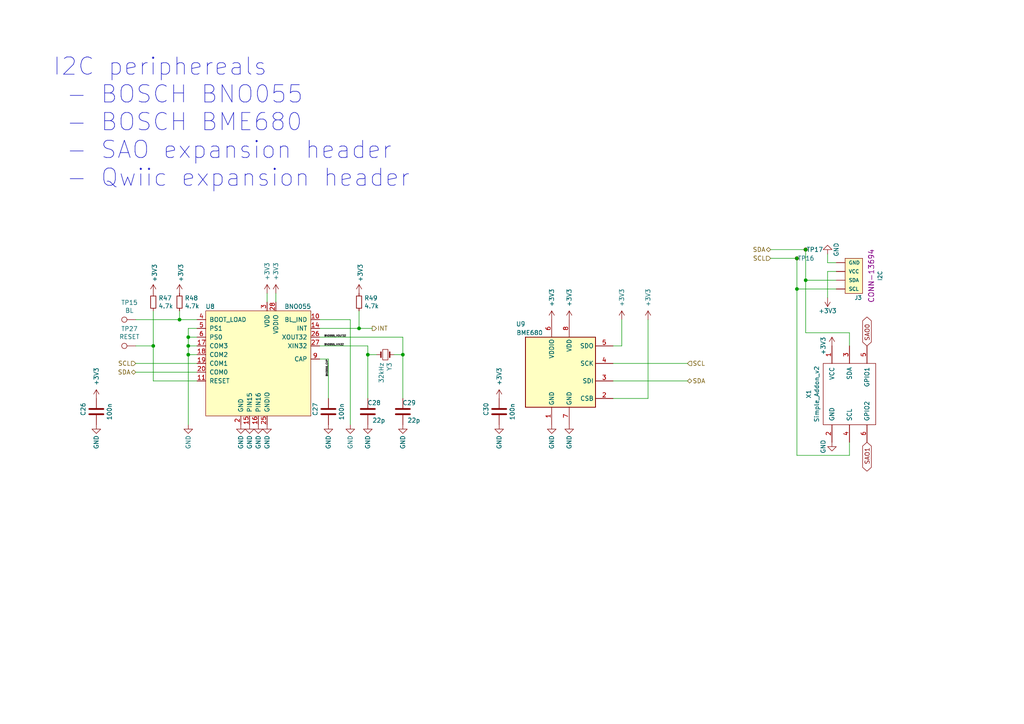
<source format=kicad_sch>
(kicad_sch (version 20211123) (generator eeschema)
  (paper "A4")
  (title_block (title "MCH2022 badge - BOSCH") (date "2022-03-11") (rev "4") (company "BADGE.TEAM"))
  (lib_symbols
    (symbol "Simple_Addon_v2:Simple_Addon_v2" (pin_names (offset 1.016))
      (property "Reference" "X" (at 0 0 0))
      (property "Value" "Simple_Addon_v2" (at 0 20.32 0))
      (symbol "Simple_Addon_v2_0_1"
        (rectangle (start -7.62 8.89) (end 7.62 -8.89))
      )
      (symbol "Simple_Addon_v2_1_1"
        (pin input line (at -5.08 13.97 270) (length 5.08) (name "VCC") (number "1"))
        (pin input line (at -5.08 -13.97 90) (length 5.08) (name "GND") (number "2"))
        (pin input line (at 0 13.97 270) (length 5.08) (name "SDA") (number "3"))
        (pin input line (at 0 -13.97 90) (length 5.08) (name "SCL") (number "4"))
        (pin input line (at 5.08 13.97 270) (length 5.08) (name "GPIO1") (number "5"))
        (pin input line (at 5.08 -13.97 90) (length 5.08) (name "GPIO2") (number "6"))
      )
    )
    (symbol "mch2021-rescue:+3.3V-power" (power) (pin_names (offset 0))
      (property "Value" "+3.3V-power" (at 0 3.556 0))
      (symbol "+3.3V-power_0_1"
        (polyline (pts (xy -0.762 1.27) (xy 0 2.54)))
        (polyline (pts (xy 0 0) (xy 0 2.54)))
        (polyline (pts (xy 0 2.54) (xy 0.762 1.27)))
      )
      (symbol "+3.3V-power_1_1"
        (pin power_in line (at 0 0 90) (length 0) hide (name "+3V3") (number "1"))
      )
    )
    (symbol "mch2021-rescue:BME680-Sensor"
      (property "Reference" "U" (at -8.89 11.43 0))
      (property "Value" "BME680-Sensor" (at 7.62 11.43 0))
      (symbol "BME680-Sensor_0_1"
        (rectangle (start -10.16 10.16) (end 10.16 -10.16) (stroke (width 0.254)) (fill (type background)))
      )
      (symbol "BME680-Sensor_1_1"
        (pin power_in line (at -2.54 -15.24 90) (length 5.08) (name "GND") (number "1"))
        (pin input line (at 15.24 -7.62 180) (length 5.08) (name "CSB") (number "2"))
        (pin bidirectional line (at 15.24 -2.54 180) (length 5.08) (name "SDI") (number "3"))
        (pin input line (at 15.24 2.54 180) (length 5.08) (name "SCK") (number "4"))
        (pin bidirectional line (at 15.24 7.62 180) (length 5.08) (name "SDO") (number "5"))
        (pin power_in line (at -2.54 15.24 270) (length 5.08) (name "VDDIO") (number "6"))
        (pin power_in line (at 2.54 -15.24 90) (length 5.08) (name "GND") (number "7"))
        (pin power_in line (at 2.54 15.24 270) (length 5.08) (name "VDD") (number "8"))
      )
    )
    (symbol "mch2021-rescue:BNO055-dk_Motion-Sensors-IMUs-Inertial-Measurement-Units" (pin_names (offset 1.016))
      (property "Reference" "U" (at -15.24 13.97 0))
      (property "Value" "BNO055-dk_Motion-Sensors-IMUs-Inertial-Measurement-Units" (at -1.27 -1.27 90))
      (symbol "BNO055-dk_Motion-Sensors-IMUs-Inertial-Measurement-Units_0_1"
        (rectangle (start -15.24 12.7) (end 15.24 -17.78) (fill (type background)))
      )
      (symbol "BNO055-dk_Motion-Sensors-IMUs-Inertial-Measurement-Units_1_1"
        (pin no_connect line (at -15.24 -10.16 0) (length 2.54) hide (name "PIN1") (number "1"))
        (pin output line (at 17.78 10.16 180) (length 2.54) (name "BL_IND") (number "10"))
        (pin input line (at -17.78 -7.62 0) (length 2.54) (name "RESET") (number "11"))
        (pin no_connect line (at 15.24 -16.51 180) (length 2.54) hide (name "PIN12") (number "12"))
        (pin no_connect line (at 15.24 -13.97 180) (length 2.54) hide (name "PIN13") (number "13"))
        (pin output line (at 17.78 7.62 180) (length 2.54) (name "INT") (number "14"))
        (pin power_in line (at -2.54 -20.32 90) (length 2.54) (name "PIN15") (number "15"))
        (pin power_in line (at 0 -20.32 90) (length 2.54) (name "PIN16") (number "16"))
        (pin input line (at -17.78 2.54 0) (length 2.54) (name "COM3") (number "17"))
        (pin input line (at -17.78 0 0) (length 2.54) (name "COM2") (number "18"))
        (pin input line (at -17.78 -2.54 0) (length 2.54) (name "COM1") (number "19"))
        (pin power_in line (at -5.08 -20.32 90) (length 2.54) (name "GND") (number "2"))
        (pin input line (at -17.78 -5.08 0) (length 2.54) (name "COM0") (number "20"))
        (pin no_connect line (at 15.24 -11.43 180) (length 2.54) hide (name "PIN21") (number "21"))
        (pin no_connect line (at 15.24 -8.89 180) (length 2.54) hide (name "PIN22") (number "22"))
        (pin no_connect line (at 15.24 -6.35 180) (length 2.54) hide (name "PIN23") (number "23"))
        (pin no_connect line (at 15.24 -3.81 180) (length 2.54) hide (name "PIN24") (number "24"))
        (pin power_in line (at 2.54 -20.32 90) (length 2.54) (name "GNDIO") (number "25"))
        (pin output line (at 17.78 5.08 180) (length 2.54) (name "XOUT32") (number "26"))
        (pin input line (at 17.78 2.54 180) (length 2.54) (name "XIN32") (number "27"))
        (pin power_in line (at 5.08 15.24 270) (length 2.54) (name "VDDIO") (number "28"))
        (pin power_in line (at 2.54 15.24 270) (length 2.54) (name "VDD") (number "3"))
        (pin input line (at -17.78 10.16 0) (length 2.54) (name "BOOT_LOAD") (number "4"))
        (pin input line (at -17.78 7.62 0) (length 2.54) (name "PS1") (number "5"))
        (pin input line (at -17.78 5.08 0) (length 2.54) (name "PS0") (number "6"))
        (pin no_connect line (at -15.24 -12.7 0) (length 2.54) hide (name "PIN7") (number "7"))
        (pin no_connect line (at -15.24 -15.24 0) (length 2.54) hide (name "PIN8") (number "8"))
        (pin passive line (at 17.78 -1.27 180) (length 2.54) (name "CAP") (number "9"))
      )
    )
    (symbol "mch2021-rescue:C-Device" (pin_numbers hide) (pin_names (offset 0.254))
      (property "Reference" "C" (at 0.635 2.54 0))
      (property "Value" "C-Device" (at 0.635 -2.54 0))
      (symbol "C-Device_0_1"
        (polyline (pts (xy -2.032 -0.762) (xy 2.032 -0.762)) (stroke (width 0.508)))
        (polyline (pts (xy -2.032 0.762) (xy 2.032 0.762)) (stroke (width 0.508)))
      )
      (symbol "C-Device_1_1"
        (pin passive line (at 0 3.81 270) (length 2.794) (name "~") (number "1"))
        (pin passive line (at 0 -3.81 90) (length 2.794) (name "~") (number "2"))
      )
    )
    (symbol "mch2021-rescue:Crystal_Small-Device" (pin_numbers hide) (pin_names (offset 1.016) hide)
      (property "Reference" "Y" (at 0 2.54 0))
      (property "Value" "Crystal_Small-Device" (at 0 -2.54 0))
      (symbol "Crystal_Small-Device_0_1"
        (rectangle (start -0.762 -1.524) (end 0.762 1.524))
        (polyline (pts (xy -1.27 -0.762) (xy -1.27 0.762)) (stroke (width 0.381)))
        (polyline (pts (xy 1.27 -0.762) (xy 1.27 0.762)) (stroke (width 0.381)))
      )
      (symbol "Crystal_Small-Device_1_1"
        (pin passive line (at -2.54 0 0) (length 1.27) (name "1") (number "1"))
        (pin passive line (at 2.54 0 180) (length 1.27) (name "2") (number "2"))
      )
    )
    (symbol "mch2021-rescue:GND-power" (power) (pin_names (offset 0))
      (property "Value" "GND-power" (at 0 -3.81 0))
      (symbol "GND-power_0_1"
        (polyline (pts (xy 0 0) (xy 0 -1.27) (xy 1.27 -1.27) (xy 0 -2.54) (xy -1.27 -1.27) (xy 0 -1.27)))
      )
      (symbol "GND-power_1_1"
        (pin power_in line (at 0 0 270) (length 0) hide (name "GND") (number "1"))
      )
    )
    (symbol "mch2021-rescue:QWIIC_MCH" (pin_numbers hide) (pin_names (offset 1.016))
      (property "Reference" "J" (at -5.08 10.16 0))
      (property "Value" "QWIIC_MCH" (at -5.08 -3.81 0))
      (property "Field4" "CONN-13694" (at 0 13.97 0))
      (symbol "QWIIC_MCH_1_0"
        (rectangle (start 0 -1.27) (end -5.08 8.89) (fill (type background)))
      )
      (symbol "QWIIC_MCH_1_1"
        (pin power_in line (at 2.54 0 180) (length 2.54) (name "GND") (number "1"))
        (pin power_in line (at 2.54 2.54 180) (length 2.54) (name "VCC") (number "2"))
        (pin passive line (at 2.54 5.08 180) (length 2.54) (name "SDA") (number "3"))
        (pin passive line (at 2.54 7.62 180) (length 2.54) (name "SCL") (number "4"))
        (pin power_in line (at 2.54 0 180) (length 2.54) (name "~") (number "5"))
        (pin power_in line (at 2.54 0 180) (length 2.54) (name "~") (number "6"))
      )
    )
    (symbol "mch2021-rescue:R_Small-Device" (pin_numbers hide) (pin_names (offset 0.254) hide)
      (property "Reference" "R" (at 0.762 0.508 0))
      (property "Value" "R_Small-Device" (at 0.762 -1.016 0))
      (symbol "R_Small-Device_0_1"
        (rectangle (start -0.762 1.778) (end 0.762 -1.778) (stroke (width 0.2032)))
      )
      (symbol "R_Small-Device_1_1"
        (pin passive line (at 0 2.54 270) (length 0.762) (name "~") (number "1"))
        (pin passive line (at 0 -2.54 90) (length 0.762) (name "~") (number "2"))
      )
    )
    (symbol "mch2021-rescue:TestPoint-Connector" (pin_numbers hide) (pin_names (offset 0.762) hide)
      (property "Reference" "TP" (at 0 6.858 0))
      (property "Value" "TestPoint-Connector" (at 0 5.08 0))
      (symbol "TestPoint-Connector_0_1"
        (circle (center 0 3.302) (radius 0.762))
      )
      (symbol "TestPoint-Connector_1_1"
        (pin passive line (at 0 0 90) (length 2.54) (name "1") (number "1"))
      )
    )
    (symbol "mch2021-rescue:TestPoint_Small-Connector" (pin_numbers hide) (pin_names (offset 0.762) hide)
      (property "Reference" "TP" (at 0 3.81 0))
      (property "Value" "TestPoint_Small-Connector" (at 0 2.032 0))
      (symbol "TestPoint_Small-Connector_0_1"
        (circle (center 0 0) (radius 0.508))
      )
      (symbol "TestPoint_Small-Connector_1_1"
        (pin passive line (at 0 0 90) (length 0) (name "1") (number "1"))
      )
    )
  )
  (junction (at 52.07 92.71))
  (junction (at 233.68 72.39))
  (junction (at 44.45 100.33))
  (junction (at 116.84 102.87))
  (junction (at 106.68 102.87))
  (junction (at 54.61 97.79))
  (junction (at 104.14 95.25))
  (junction (at 231.14 83.82))
  (junction (at 54.61 100.33))
  (junction (at 231.14 74.93))
  (junction (at 54.61 102.87))
  (junction (at 233.68 81.28))
  (wire (pts (xy 57.15 100.33) (xy 54.61 100.33)))
  (wire (pts (xy 101.6 92.71) (xy 101.6 123.19)))
  (wire (pts (xy 57.15 92.71) (xy 52.07 92.71)))
  (wire (pts (xy 57.15 95.25) (xy 54.61 95.25)))
  (wire (pts (xy 231.14 83.82) (xy 231.14 132.08)))
  (wire (pts (xy 54.61 97.79) (xy 54.61 100.33)))
  (wire (pts (xy 240.03 76.2) (xy 242.57 76.2)))
  (wire (pts (xy 187.96 92.71) (xy 187.96 115.57)))
  (wire (pts (xy 39.37 100.33) (xy 44.45 100.33)))
  (wire (pts (xy 92.71 104.14) (xy 95.25 104.14)))
  (wire (pts (xy 92.71 97.79) (xy 116.84 97.79)))
  (wire (pts (xy 240.03 78.74) (xy 242.57 78.74)))
  (wire (pts (xy 240.03 73.66) (xy 240.03 76.2)))
  (wire (pts (xy 54.61 100.33) (xy 54.61 102.87)))
  (wire (pts (xy 246.38 100.33) (xy 246.38 96.52)))
  (wire (pts (xy 223.52 74.93) (xy 231.14 74.93)))
  (wire (pts (xy 231.14 132.08) (xy 246.38 132.08)))
  (wire (pts (xy 106.68 115.57) (xy 106.68 102.87)))
  (wire (pts (xy 180.34 100.33) (xy 180.34 92.71)))
  (wire (pts (xy 80.01 87.63) (xy 80.01 85.09)))
  (wire (pts (xy 44.45 90.17) (xy 44.45 100.33)))
  (wire (pts (xy 231.14 83.82) (xy 242.57 83.82)))
  (wire (pts (xy 242.57 81.28) (xy 233.68 81.28)))
  (wire (pts (xy 39.37 107.95) (xy 57.15 107.95)))
  (wire (pts (xy 106.68 100.33) (xy 106.68 102.87)))
  (wire (pts (xy 246.38 128.27) (xy 246.38 132.08)))
  (wire (pts (xy 116.84 115.57) (xy 116.84 102.87)))
  (wire (pts (xy 106.68 102.87) (xy 109.22 102.87)))
  (wire (pts (xy 52.07 92.71) (xy 39.37 92.71)))
  (wire (pts (xy 54.61 102.87) (xy 54.61 123.19)))
  (wire (pts (xy 233.68 96.52) (xy 246.38 96.52)))
  (wire (pts (xy 177.8 110.49) (xy 199.39 110.49)))
  (wire (pts (xy 57.15 105.41) (xy 39.37 105.41)))
  (wire (pts (xy 92.71 100.33) (xy 106.68 100.33)))
  (wire (pts (xy 233.68 72.39) (xy 233.68 81.28)))
  (wire (pts (xy 177.8 105.41) (xy 199.39 105.41)))
  (wire (pts (xy 77.47 85.09) (xy 77.47 87.63)))
  (wire (pts (xy 44.45 110.49) (xy 57.15 110.49)))
  (wire (pts (xy 44.45 100.33) (xy 44.45 110.49)))
  (wire (pts (xy 233.68 72.39) (xy 223.52 72.39)))
  (wire (pts (xy 54.61 95.25) (xy 54.61 97.79)))
  (wire (pts (xy 116.84 102.87) (xy 114.3 102.87)))
  (wire (pts (xy 177.8 115.57) (xy 187.96 115.57)))
  (wire (pts (xy 57.15 102.87) (xy 54.61 102.87)))
  (wire (pts (xy 57.15 97.79) (xy 54.61 97.79)))
  (wire (pts (xy 95.25 104.14) (xy 95.25 115.57)))
  (wire (pts (xy 92.71 92.71) (xy 101.6 92.71)))
  (wire (pts (xy 240.03 86.36) (xy 240.03 78.74)))
  (wire (pts (xy 107.95 95.25) (xy 104.14 95.25)))
  (wire (pts (xy 177.8 100.33) (xy 180.34 100.33)))
  (wire (pts (xy 233.68 81.28) (xy 233.68 96.52)))
  (wire (pts (xy 116.84 97.79) (xy 116.84 102.87)))
  (wire (pts (xy 104.14 95.25) (xy 92.71 95.25)))
  (wire (pts (xy 52.07 92.71) (xy 52.07 90.17)))
  (wire (pts (xy 104.14 90.17) (xy 104.14 95.25)))
  (wire (pts (xy 231.14 74.93) (xy 231.14 83.82)))
  (text "I2C periphereals\n - BOSCH BNO055\n - BOSCH BME680\n - SAO expansion header\n - Qwiic expansion header" (at 15.24 54.61 0) (effects (font (size 5.0038 5.0038)) (justify left bottom)))
  (label "BNO055_XIN32" (at 93.98 100.33 0) (effects (font (size 0.508 0.508))))
  (label "BNO055_CAP" (at 95.25 109.22 90) (effects (font (size 0.508 0.508))))
  (label "BNO055_XOUT32" (at 93.98 97.79 0) (effects (font (size 0.508 0.508))))
  (global_label "SAO1" (shape bidirectional) (at 251.46 128.27 270) (property "Intersheet References" "${INTERSHEET_REFS}" (effects hide)))
  (global_label "SAO0" (shape bidirectional) (at 251.46 100.33 90) (property "Intersheet References" "${INTERSHEET_REFS}" (effects hide)))
  (hierarchical_label "SDA" (shape bidirectional) (at 223.52 72.39 180))
  (hierarchical_label "SCL" (shape input) (at 199.39 105.41 0))
  (hierarchical_label "SDA" (shape bidirectional) (at 39.37 107.95 180))
  (hierarchical_label "SDA" (shape bidirectional) (at 199.39 110.49 0))
  (hierarchical_label "SCL" (shape input) (at 223.52 74.93 180))
  (hierarchical_label "INT" (shape output) (at 107.95 95.25 0))
  (hierarchical_label "SCL" (shape input) (at 39.37 105.41 180))
  (symbol (lib_id "mch2021-rescue:BME680-Sensor") (at 162.56 107.95 0) (unit 1)
    (property "Reference" "U9" (at 152.4 93.98 0) (effects (justify right)))
    (property "Value" "BME680" (at 157.48 96.52 0) (effects (justify right)))
    (property "Footprint" "Package_LGA:Bosch_LGA-8_3x3mm_P0.8mm_ClockwisePinNumbering" (effects hide))
    (property "Datasheet" "https://ae-bst.resource.bosch.com/media/_tech/media/datasheets/BST-BME680-DS001.pdf" (effects hide))
    (property "LCSC" "C125972" (effects hide))
    (property "MPN" "BME680" (effects hide))
    (property "Manufacturer" "Bosch Sensortec" (effects hide))
  )
  (symbol (lib_id "mch2021-rescue:+3.3V-power") (at 160.02 92.71 0) (unit 1)
    (property "Reference" "#PWR0136" (effects hide))
    (property "Value" "+3.3V" (at 160.02 86.36 90))
  )
  (symbol (lib_id "mch2021-rescue:+3.3V-power") (at 165.1 92.71 0) (unit 1)
    (property "Reference" "#PWR0138" (effects hide))
    (property "Value" "+3.3V" (at 165.1 86.36 90))
  )
  (symbol (lib_id "mch2021-rescue:+3.3V-power") (at 180.34 92.71 0) (unit 1)
    (property "Reference" "#PWR0140" (effects hide))
    (property "Value" "+3.3V" (at 180.34 86.36 90))
  )
  (symbol (lib_id "mch2021-rescue:+3.3V-power") (at 187.96 92.71 0) (unit 1)
    (property "Reference" "#PWR0141" (effects hide))
    (property "Value" "+3.3V" (at 187.96 86.36 90))
  )
  (symbol (lib_id "mch2021-rescue:GND-power") (at 160.02 123.19 0) (unit 1)
    (property "Reference" "#PWR0137" (effects hide))
    (property "Value" "GND" (at 160.02 128.27 90))
  )
  (symbol (lib_id "mch2021-rescue:GND-power") (at 165.1 123.19 0) (unit 1)
    (property "Reference" "#PWR0139" (effects hide))
    (property "Value" "GND" (at 165.1 128.27 90))
  )
  (symbol (lib_id "mch2021-rescue:+3.3V-power") (at 80.01 85.09 0) (unit 1)
    (property "Reference" "#PWR0128" (effects hide))
    (property "Value" "+3.3V" (at 80.01 78.74 90))
  )
  (symbol (lib_id "mch2021-rescue:+3.3V-power") (at 77.47 85.09 0) (unit 1)
    (property "Reference" "#PWR0126" (effects hide))
    (property "Value" "+3.3V" (at 77.47 78.74 90))
  )
  (symbol (lib_id "mch2021-rescue:BNO055-dk_Motion-Sensors-IMUs-Inertial-Measurement-Units") (at 74.93 102.87 0) (unit 1)
    (property "Reference" "U8" (at 60.96 88.9 0))
    (property "Value" "BNO055" (at 86.36 88.9 0))
    (property "Footprint" "digikey-footprints:LGA-28_5.2x3.8mm_BNO0055" (effects hide))
    (property "Datasheet" "https://ae-bst.resource.bosch.com/media/_tech/media/datasheets/BST-BNO055-DS000.pdf" (effects hide))
    (property "Digi-Key_PN" "828-1058-1-ND" (effects hide))
    (property "MPN" "BNO055" (effects hide))
    (property "Category" "Sensors, Transducers" (effects hide))
    (property "Family" "Motion Sensors - IMUs (Inertial Measurement Units)" (effects hide))
    (property "DK_Datasheet_Link" "https://ae-bst.resource.bosch.com/media/_tech/media/datasheets/BST-BNO055-DS000.pdf" (effects hide))
    (property "DK_Detail_Page" "/product-detail/en/bosch-sensortec/BNO055/828-1058-1-ND/6136309" (effects hide))
    (property "Description" "IMU ACCEL/GYRO/MAG I2C 28LGA" (effects hide))
    (property "Manufacturer" "Bosch Sensortec" (effects hide))
    (property "LCSC" "C93216" (effects hide))
    (property "Sponsored" "Y" (effects hide))
  )
  (symbol (lib_id "mch2021-rescue:GND-power") (at 77.47 123.19 0) (unit 1)
    (property "Reference" "#PWR0127" (effects hide))
    (property "Value" "GND" (at 77.47 128.27 90))
  )
  (symbol (lib_id "mch2021-rescue:GND-power") (at 69.85 123.19 0) (unit 1)
    (property "Reference" "#PWR0123" (effects hide))
    (property "Value" "GND" (at 69.85 128.27 90))
  )
  (symbol (lib_id "mch2021-rescue:GND-power") (at 72.39 123.19 0) (unit 1)
    (property "Reference" "#PWR0124" (effects hide))
    (property "Value" "GND" (at 72.39 128.27 90))
  )
  (symbol (lib_id "mch2021-rescue:GND-power") (at 74.93 123.19 0) (unit 1)
    (property "Reference" "#PWR0125" (effects hide))
    (property "Value" "GND" (at 74.93 128.27 90))
  )
  (symbol (lib_id "mch2021-rescue:GND-power") (at 54.61 123.19 0) (unit 1)
    (property "Reference" "#PWR0122" (effects hide))
    (property "Value" "GND" (at 54.61 128.27 90))
  )
  (symbol (lib_id "mch2021-rescue:C-Device") (at 95.25 119.38 0) (unit 1)
    (property "Reference" "C27" (at 91.44 120.65 90) (effects (justify left)))
    (property "Value" "100n" (at 99.06 121.92 90) (effects (justify left)))
    (property "Footprint" "Capacitor_SMD:C_0402_1005Metric" (effects hide))
    (property "LCSC" "C83056 " (effects hide))
    (property "Mouser" "-" (effects hide))
    (property "Sponsored" "N" (effects hide))
  )
  (symbol (lib_id "mch2021-rescue:GND-power") (at 95.25 123.19 0) (unit 1)
    (property "Reference" "#PWR0129" (effects hide))
    (property "Value" "GND" (at 95.25 128.27 90))
  )
  (symbol (lib_id "mch2021-rescue:R_Small-Device") (at 104.14 87.63 0) (unit 1)
    (property "Reference" "R49" (at 105.6386 86.4616 0) (effects (justify left)))
    (property "Value" "4.7k" (at 105.6386 88.773 0) (effects (justify left)))
    (property "Footprint" "Resistor_SMD:R_0402_1005Metric" (effects hide))
    (property "LCSC" "C25940" (effects hide))
    (property "Mouser" "-" (effects hide))
    (property "Sponsored" "N" (effects hide))
    (property "MANUFACTURER" "UNI-ROYAL" (effects hide))
    (property "MPN" "0402WGJ0472TCE" (effects hide))
  )
  (symbol (lib_id "mch2021-rescue:+3.3V-power") (at 104.14 85.09 0) (unit 1)
    (property "Reference" "#PWR0131" (effects hide))
    (property "Value" "+3.3V" (at 104.521 81.8388 90) (effects (justify left)))
  )
  (symbol (lib_id "mch2021-rescue:R_Small-Device") (at 52.07 87.63 0) (unit 1)
    (property "Reference" "R48" (at 53.5686 86.4616 0) (effects (justify left)))
    (property "Value" "4.7k" (at 53.5686 88.773 0) (effects (justify left)))
    (property "Footprint" "Resistor_SMD:R_0402_1005Metric" (effects hide))
    (property "LCSC" "C25940" (effects hide))
    (property "Mouser" "-" (effects hide))
    (property "Sponsored" "N" (effects hide))
    (property "MANUFACTURER" "UNI-ROYAL" (effects hide))
    (property "MPN" "0402WGJ0472TCE" (effects hide))
  )
  (symbol (lib_id "mch2021-rescue:+3.3V-power") (at 52.07 85.09 0) (unit 1)
    (property "Reference" "#PWR0121" (effects hide))
    (property "Value" "+3.3V" (at 52.451 81.8388 90) (effects (justify left)))
  )
  (symbol (lib_id "mch2021-rescue:GND-power") (at 101.6 123.19 0) (unit 1)
    (property "Reference" "#PWR0130" (effects hide))
    (property "Value" "GND" (at 101.6 128.27 90))
  )
  (symbol (lib_id "mch2021-rescue:C-Device") (at 106.68 119.38 0) (mirror y) (unit 1)
    (property "Reference" "C28" (at 110.49 116.84 0) (effects (justify left)))
    (property "Value" "22p" (at 111.76 121.92 0) (effects (justify left)))
    (property "Footprint" "Capacitor_SMD:C_0402_1005Metric" (effects hide))
    (property "Datasheet" "https://datasheet.lcsc.com/lcsc/1809301912_YAGEO-CC0402JRNPO9BN220_C106203.pdf" (effects hide))
    (property "LCSC" "C106203" (effects hide))
    (property "Sponsored" "N" (effects hide))
    (property "MANUFACTURER" "YAGEO" (effects hide))
    (property "MPN" "CC0402JRNPO9BN220" (effects hide))
  )
  (symbol (lib_id "mch2021-rescue:C-Device") (at 116.84 119.38 0) (mirror y) (unit 1)
    (property "Reference" "C29" (at 120.65 116.84 0) (effects (justify left)))
    (property "Value" "22p" (at 121.92 121.92 0) (effects (justify left)))
    (property "Footprint" "Capacitor_SMD:C_0402_1005Metric" (effects hide))
    (property "Datasheet" "https://datasheet.lcsc.com/lcsc/1809301912_YAGEO-CC0402JRNPO9BN220_C106203.pdf" (effects hide))
    (property "LCSC" "C106203" (effects hide))
    (property "Sponsored" "N" (effects hide))
    (property "MANUFACTURER" "YAGEO" (effects hide))
    (property "MPN" "CC0402JRNPO9BN220" (effects hide))
  )
  (symbol (lib_id "mch2021-rescue:Crystal_Small-Device") (at 111.76 102.87 180) (unit 1)
    (property "Reference" "Y3" (at 112.9284 105.1052 90) (effects (justify left)))
    (property "Value" "32kHz" (at 110.617 105.1052 90) (effects (justify left)))
    (property "Footprint" "Crystal:Crystal_SMD_3215-2Pin_3.2x1.5mm" (effects hide))
    (property "LCSC" "C271654" (effects hide))
  )
  (symbol (lib_id "mch2021-rescue:GND-power") (at 106.68 123.19 0) (unit 1)
    (property "Reference" "#PWR0132" (effects hide))
    (property "Value" "GND" (at 106.68 128.27 90))
  )
  (symbol (lib_id "mch2021-rescue:GND-power") (at 116.84 123.19 0) (unit 1)
    (property "Reference" "#PWR0133" (effects hide))
    (property "Value" "GND" (at 116.84 128.27 90))
  )
  (symbol (lib_id "mch2021-rescue:R_Small-Device") (at 44.45 87.63 0) (unit 1)
    (property "Reference" "R47" (at 45.9486 86.4616 0) (effects (justify left)))
    (property "Value" "4.7k" (at 45.9486 88.773 0) (effects (justify left)))
    (property "Footprint" "Resistor_SMD:R_0402_1005Metric" (effects hide))
    (property "LCSC" "C25940" (effects hide))
    (property "Mouser" "-" (effects hide))
    (property "Sponsored" "N" (effects hide))
    (property "MANUFACTURER" "UNI-ROYAL" (effects hide))
    (property "MPN" "0402WGJ0472TCE" (effects hide))
  )
  (symbol (lib_id "mch2021-rescue:+3.3V-power") (at 44.45 85.09 0) (unit 1)
    (property "Reference" "#PWR0120" (effects hide))
    (property "Value" "+3.3V" (at 44.831 81.8388 90) (effects (justify left)))
  )
  (symbol (lib_id "mch2021-rescue:C-Device") (at 144.78 119.38 0) (unit 1)
    (property "Reference" "C30" (at 140.97 120.65 90) (effects (justify left)))
    (property "Value" "100n" (at 148.59 121.92 90) (effects (justify left)))
    (property "Footprint" "Capacitor_SMD:C_0402_1005Metric" (effects hide))
    (property "LCSC" "C83056 " (effects hide))
    (property "Mouser" "-" (effects hide))
    (property "Sponsored" "N" (effects hide))
  )
  (symbol (lib_id "mch2021-rescue:GND-power") (at 144.78 123.19 0) (unit 1)
    (property "Reference" "#PWR0135" (effects hide))
    (property "Value" "GND" (at 144.78 128.27 90))
  )
  (symbol (lib_id "mch2021-rescue:+3.3V-power") (at 144.78 115.57 0) (unit 1)
    (property "Reference" "#PWR0134" (effects hide))
    (property "Value" "+3.3V" (at 144.78 109.22 90))
  )
  (symbol (lib_id "mch2021-rescue:C-Device") (at 27.94 119.38 0) (unit 1)
    (property "Reference" "C26" (at 24.13 120.65 90) (effects (justify left)))
    (property "Value" "100n" (at 31.75 121.92 90) (effects (justify left)))
    (property "Footprint" "Capacitor_SMD:C_0402_1005Metric" (effects hide))
    (property "LCSC" "C83056 " (effects hide))
    (property "Mouser" "-" (effects hide))
    (property "Sponsored" "N" (effects hide))
  )
  (symbol (lib_id "mch2021-rescue:GND-power") (at 27.94 123.19 0) (unit 1)
    (property "Reference" "#PWR0119" (effects hide))
    (property "Value" "GND" (at 27.94 128.27 90))
  )
  (symbol (lib_id "mch2021-rescue:+3.3V-power") (at 27.94 115.57 0) (unit 1)
    (property "Reference" "#PWR0118" (effects hide))
    (property "Value" "+3.3V" (at 27.94 109.22 90))
  )
  (symbol (lib_id "mch2021-rescue:TestPoint-Connector") (at 39.37 92.71 90) (unit 1)
    (property "Reference" "TP15" (at 37.5412 87.757 90))
    (property "Value" "BL" (at 37.5412 90.0684 90))
    (property "Footprint" "TestPoint:TestPoint_Pad_1.0x1.0mm" (effects hide))
  )
  (symbol (lib_id "mch2021-rescue:+3.3V-power") (at 241.3 100.33 0) (unit 1)
    (property "Reference" "#PWR028" (effects hide))
    (property "Value" "+3.3V" (at 238.76 100.33 90))
  )
  (symbol (lib_id "mch2021-rescue:TestPoint_Small-Connector") (at 233.68 72.39 180) (unit 1)
    (property "Reference" "TP17" (at 238.76 72.39 0) (effects (justify left)))
    (property "Value" "SDA" (effects hide))
    (property "Footprint" "TestPoint:TestPoint_Pad_1.0x1.0mm" (effects hide))
  )
  (symbol (lib_id "mch2021-rescue:QWIIC_MCH") (at 245.11 76.2 180) (unit 1)
    (property "Reference" "J3" (at 248.92 86.36 0) (effects (font (size 1.143 1.143))))
    (property "Value" "I2C" (at 255.27 80.01 90) (effects (font (size 1.143 1.143))))
    (property "Footprint" "custom:1X04_1MM_RA_GND" (effects hide))
    (property "Field4" "CONN-13694" (at 252.73 80.01 90) (effects (font (size 1.524 1.524))))
    (property "LCSC" "C160404" (effects hide))
    (property "MPN" "SM04B-SRSS-TB" (effects hide))
    (property "Manufacturer" "JST" (effects hide))
  )
  (symbol (lib_id "mch2021-rescue:+3.3V-power") (at 240.03 86.36 180) (unit 1)
    (property "Reference" "#PWR027" (effects hide))
    (property "Value" "+3.3V" (at 240.03 90.17 0))
  )
  (symbol (lib_id "mch2021-rescue:TestPoint_Small-Connector") (at 231.14 74.93 180) (unit 1)
    (property "Reference" "TP16" (at 236.22 74.93 0) (effects (justify left)))
    (property "Value" "SCL" (effects hide))
    (property "Footprint" "TestPoint:TestPoint_Pad_1.0x1.0mm" (effects hide))
  )
  (symbol (lib_id "Simple_Addon_v2:Simple_Addon_v2") (at 246.38 114.3 0) (unit 1)
    (property "Reference" "X1" (at 234.569 114.3 90))
    (property "Value" "Simple_Addon_v2" (at 236.8804 114.3 90))
    (property "Footprint" "Simple_Addon_v2:Simple_Addon_v2-BADGE-2x3-nosilk" (effects hide))
  )
  (symbol (lib_id "mch2021-rescue:TestPoint-Connector") (at 39.37 100.33 90) (unit 1)
    (property "Reference" "TP27" (at 37.5412 95.377 90))
    (property "Value" "RESET" (at 37.5412 97.6884 90))
    (property "Footprint" "TestPoint:TestPoint_Pad_1.0x1.0mm" (effects hide))
  )
  (symbol (lib_id "mch2021-rescue:GND-power") (at 241.3 128.27 0) (unit 1)
    (property "Reference" "#PWR031" (effects hide))
    (property "Value" "GND" (at 238.76 129.54 90))
  )
  (symbol (lib_id "mch2021-rescue:GND-power") (at 240.03 73.66 180) (unit 1)
    (property "Reference" "#PWR022" (effects hide))
    (property "Value" "GND" (at 242.57 72.39 90))
  )
)
</source>
